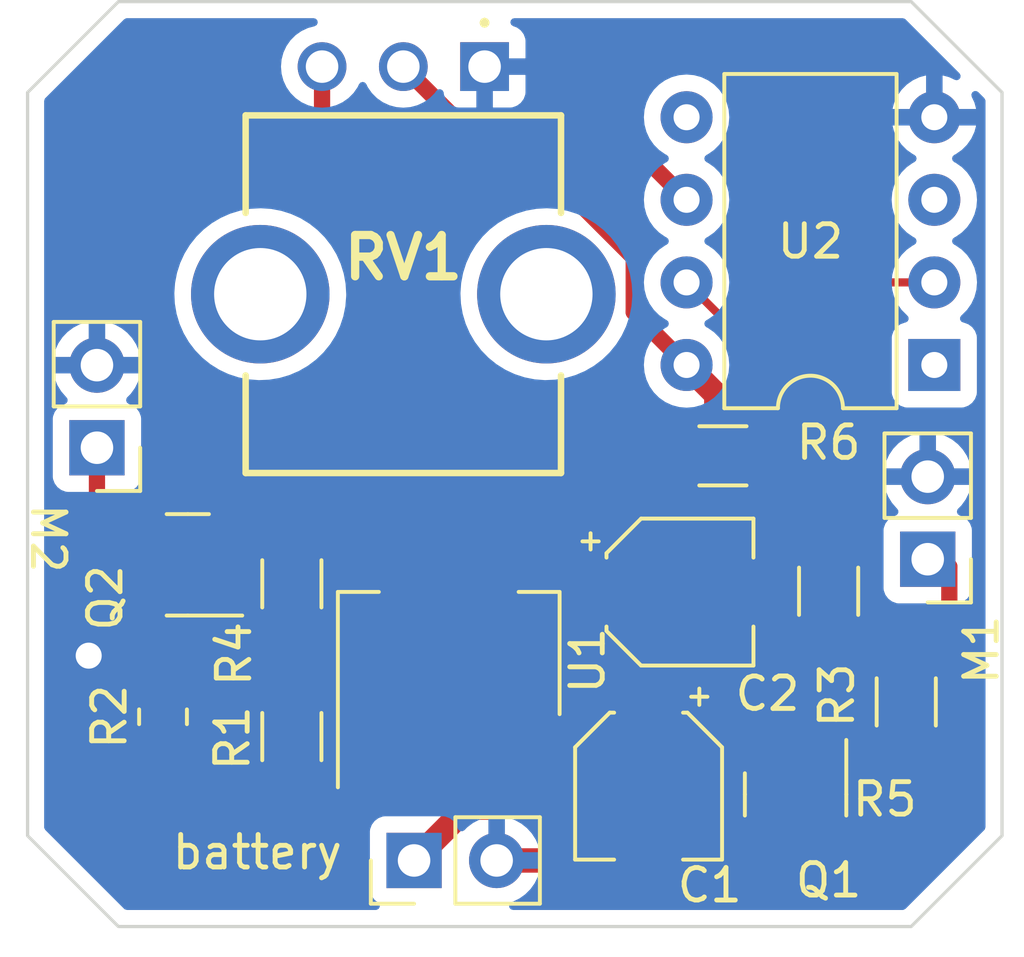
<source format=kicad_pcb>
(kicad_pcb (version 20211014) (generator pcbnew)
  (layers (0 "F.Cu" signal) (31 "B.Cu" signal) (34 "B.Paste" user) (35 "F.Paste" user) (36 "B.SilkS" user "B.Silkscreen") (37 "F.SilkS" user "F.Silkscreen") (38 "B.Mask" user) (39 "F.Mask" user) (44 "Edge.Cuts" user))
  (net 0 "")
  (net 1 "Net-(R3-Pad2)")
  (net 2 "Net-(M1-Pad1)")
  (net 3 "Net-(R6-Pad2)")
  (net 4 "Net-(R4-Pad2)")
  (net 5 "Net-(M2-Pad1)")
  (net 6 "Net-(R1-Pad1)")
  (net 7 "Net-(C2-Pad1)")
  (net 8 "Vbatt")
  (net 11 "GND")
  (net 13 "Net-(U2-Pad6)")
  (net 14 "Net-(R5-Pad2)")
  (net 15 "Net-(R5-Pad1)")
  (net 16 "Net-(R6-Pad1)")
  (footprint "Package_DIP:DIP-8_W7.62mm" (layer "F.Cu") (at 141.1732 90.932 180)
    (fp_text reference "U2" (at 3.81 3.8 180) (layer "F.SilkS"))
    (fp_text value "ATtiny85-20P")
    (fp_line (start 6.46 -1.33) (end 4.81 -1.33) (layer "F.SilkS") (width 0.12))
    (fp_line (start 2.81 -1.33) (end 1.16 -1.33) (layer "F.SilkS") (width 0.12))
    (fp_line (start 6.46 8.95) (end 6.46 -1.33) (layer "F.SilkS") (width 0.12))
    (fp_line (start 1.16 -1.33) (end 1.16 8.95) (layer "F.SilkS") (width 0.12))
    (fp_line (start 1.16 8.95) (end 6.46 8.95) (layer "F.SilkS") (width 0.12))
    (fp_arc (start 4.81 -1.33) (mid 3.81 -0.33) (end 2.81 -1.33) (layer "F.SilkS") (width 0.12))
    (pad "1" thru_hole rect (at 0 0 180) (size 1.6 1.6) (drill 0.8) (layers *.Cu *.Mask))
    (pad "2" thru_hole oval (at 0 2.54 180) (size 1.6 1.6) (drill 0.8) (layers *.Cu *.Mask) (net 16 "Net-(R6-Pad1)"))
    (pad "3" thru_hole oval (at 0 5.08 180) (size 1.6 1.6) (drill 0.8) (layers *.Cu *.Mask))
    (pad "4" thru_hole oval (at 0 7.62 180) (size 1.6 1.6) (drill 0.8) (layers *.Cu *.Mask) (net 11 "GND"))
    (pad "5" thru_hole oval (at 7.62 7.62 180) (size 1.6 1.6) (drill 0.8) (layers *.Cu *.Mask))
    (pad "6" thru_hole oval (at 7.62 5.08 180) (size 1.6 1.6) (drill 0.8) (layers *.Cu *.Mask) (net 13 "Net-(U2-Pad6)"))
    (pad "7" thru_hole oval (at 7.62 2.54 180) (size 1.6 1.6) (drill 0.8) (layers *.Cu *.Mask) (net 15 "Net-(R5-Pad1)"))
    (pad "8" thru_hole oval (at 7.62 0 180) (size 1.6 1.6) (drill 0.8) (layers *.Cu *.Mask) (net 7 "Net-(C2-Pad1)"))
  )
  (footprint "Resistor_SMD:R_1206_3216Metric" (layer "F.Cu") (at 134.6708 93.726 180)
    (fp_text reference "R6" (at -3.2512 0.4064) (layer "F.SilkS"))
    (fp_text value "rb")
    (fp_line (start -0.727064 -0.91) (end 0.727064 -0.91) (layer "F.SilkS") (width 0.12))
    (fp_line (start -0.727064 0.91) (end 0.727064 0.91) (layer "F.SilkS") (width 0.12))
    (pad "1" smd roundrect (at -1.4625 0 180) (size 1.125 1.75) (layers "F.Cu" "F.Paste" "F.Mask") (roundrect_rratio 0.2222222222) (net 16 "Net-(R6-Pad1)"))
    (pad "2" smd roundrect (at 1.4625 0 180) (size 1.125 1.75) (layers "F.Cu" "F.Paste" "F.Mask") (roundrect_rratio 0.2222222222) (net 3 "Net-(R6-Pad2)"))
  )
  (footprint "Package_TO_SOT_SMD:SOT-23" (layer "F.Cu") (at 136.906 104.14 -90)
    (fp_text reference "Q1" (at 2.6416 -1.016 180) (layer "F.SilkS"))
    (fp_text value "TIP41A")
    (fp_line (start 0 1.56) (end -0.65 1.56) (layer "F.SilkS") (width 0.12))
    (fp_line (start 0 -1.56) (end -1.675 -1.56) (layer "F.SilkS") (width 0.12))
    (fp_line (start 0 1.56) (end 0.65 1.56) (layer "F.SilkS") (width 0.12))
    (fp_line (start 0 -1.56) (end 0.65 -1.56) (layer "F.SilkS") (width 0.12))
    (pad "1" smd roundrect (at -0.9375 -0.95 270) (size 1.475 0.6) (layers "F.Cu" "F.Paste" "F.Mask") (net 14 "Net-(R5-Pad2)"))
    (pad "2" smd roundrect (at -0.9375 0.95 270) (size 1.475 0.6) (layers "F.Cu" "F.Paste" "F.Mask") (net 1 "Net-(R3-Pad2)"))
    (pad "3" smd roundrect (at 0.9375 0 270) (size 1.475 0.6) (layers "F.Cu" "F.Paste" "F.Mask") (net 2 "Net-(M1-Pad1)"))
  )
  (footprint "Resistor_SMD:R_1206_3216Metric" (layer "F.Cu") (at 137.922 97.8916 -90)
    (fp_text reference "R3" (at 3.2004 -0.254 90) (layer "F.SilkS"))
    (fp_text value "rm")
    (fp_line (start -0.727064 -0.91) (end 0.727064 -0.91) (layer "F.SilkS") (width 0.12))
    (fp_line (start -0.727064 0.91) (end 0.727064 0.91) (layer "F.SilkS") (width 0.12))
    (pad "1" smd roundrect (at -1.4625 0 270) (size 1.125 1.75) (layers "F.Cu" "F.Paste" "F.Mask") (roundrect_rratio 0.2222222222) (net 7 "Net-(C2-Pad1)"))
    (pad "2" smd roundrect (at 1.4625 0 270) (size 1.125 1.75) (layers "F.Cu" "F.Paste" "F.Mask") (roundrect_rratio 0.2222222222) (net 1 "Net-(R3-Pad2)"))
  )
  (footprint "Resistor_SMD:R_1206_3216Metric" (layer "F.Cu") (at 121.412 97.663 90)
    (fp_text reference "R4" (at -2.159 -1.778 270) (layer "F.SilkS"))
    (fp_text value "rm")
    (fp_line (start -0.727064 -0.91) (end 0.727064 -0.91) (layer "F.SilkS") (width 0.12))
    (fp_line (start -0.727064 0.91) (end 0.727064 0.91) (layer "F.SilkS") (width 0.12))
    (pad "1" smd roundrect (at -1.4625 0 90) (size 1.125 1.75) (layers "F.Cu" "F.Paste" "F.Mask") (roundrect_rratio 0.2222222222) (net 7 "Net-(C2-Pad1)"))
    (pad "2" smd roundrect (at 1.4625 0 90) (size 1.125 1.75) (layers "F.Cu" "F.Paste" "F.Mask") (roundrect_rratio 0.2222222222) (net 4 "Net-(R4-Pad2)"))
  )
  (footprint "Capacitor_SMD:CP_Elec_4x5.4" (layer "F.Cu") (at 133.35 97.917)
    (fp_text reference "C2" (at 2.6924 3.1242) (layer "F.SilkS"))
    (fp_text value "1 uF")
    (fp_line (start -2.26 -1.195563) (end -2.26 -1.06) (layer "F.SilkS") (width 0.12))
    (fp_line (start -2.26 1.195563) (end -1.195563 2.26) (layer "F.SilkS") (width 0.12))
    (fp_line (start -2.26 -1.195563) (end -1.195563 -2.26) (layer "F.SilkS") (width 0.12))
    (fp_line (start 2.26 -2.26) (end 2.26 -1.06) (layer "F.SilkS") (width 0.12))
    (fp_line (start -1.195563 2.26) (end 2.26 2.26) (layer "F.SilkS") (width 0.12))
    (fp_line (start -2.75 -1.81) (end -2.75 -1.31) (layer "F.SilkS") (width 0.12))
    (fp_line (start -1.195563 -2.26) (end 2.26 -2.26) (layer "F.SilkS") (width 0.12))
    (fp_line (start -3 -1.56) (end -2.5 -1.56) (layer "F.SilkS") (width 0.12))
    (fp_line (start 2.26 2.26) (end 2.26 1.06) (layer "F.SilkS") (width 0.12))
    (fp_line (start -2.26 1.195563) (end -2.26 1.06) (layer "F.SilkS") (width 0.12))
    (pad "1" smd roundrect (at -1.8 0) (size 2.6 1.6) (layers "F.Cu" "F.Paste" "F.Mask") (roundrect_rratio 0.15625) (net 7 "Net-(C2-Pad1)"))
    (pad "2" smd roundrect (at 1.8 0) (size 2.6 1.6) (layers "F.Cu" "F.Paste" "F.Mask") (roundrect_rratio 0.15625) (net 11 "GND"))
  )
  (footprint "Resistor_SMD:R_1206_3216Metric" (layer "F.Cu") (at 140.3096 101.2952 -90)
    (fp_text reference "R5" (at 2.9972 0.6604 180) (layer "F.SilkS"))
    (fp_text value "rb")
    (fp_line (start -0.727064 0.91) (end 0.727064 0.91) (layer "F.SilkS") (width 0.12))
    (fp_line (start -0.727064 -0.91) (end 0.727064 -0.91) (layer "F.SilkS") (width 0.12))
    (pad "1" smd roundrect (at -1.4625 0 270) (size 1.125 1.75) (layers "F.Cu" "F.Paste" "F.Mask") (roundrect_rratio 0.2222222222) (net 15 "Net-(R5-Pad1)"))
    (pad "2" smd roundrect (at 1.4625 0 270) (size 1.125 1.75) (layers "F.Cu" "F.Paste" "F.Mask") (roundrect_rratio 0.2222222222) (net 14 "Net-(R5-Pad2)"))
  )
  (footprint "Resistor_SMD:R_0805_2012Metric" (layer "F.Cu") (at 117.4496 101.7524 90)
    (fp_text reference "R2" (at 0 -1.65 90) (layer "F.SilkS"))
    (fp_text value "1k")
    (fp_line (start -0.227064 -0.735) (end 0.227064 -0.735) (layer "F.SilkS") (width 0.12))
    (fp_line (start -0.227064 0.735) (end 0.227064 0.735) (layer "F.SilkS") (width 0.12))
    (pad "1" smd roundrect (at -0.9125 0 90) (size 1.025 1.4) (layers "F.Cu" "F.Paste" "F.Mask") (roundrect_rratio 0.243902) (net 6 "Net-(R1-Pad1)"))
    (pad "2" smd roundrect (at 0.9125 0 90) (size 1.025 1.4) (layers "F.Cu" "F.Paste" "F.Mask") (roundrect_rratio 0.243902) (net 11 "GND"))
  )
  (footprint "Resistor_SMD:R_1206_3216Metric" (layer "F.Cu") (at 121.412 102.362 90)
    (fp_text reference "R1" (at -0.0508 -1.8288 90) (layer "F.SilkS"))
    (fp_text value "240Ω")
    (fp_line (start -0.727064 -0.91) (end 0.727064 -0.91) (layer "F.SilkS") (width 0.12))
    (fp_line (start -0.727064 0.91) (end 0.727064 0.91) (layer "F.SilkS") (width 0.12))
    (pad "1" smd roundrect (at -1.4625 0 90) (size 1.125 1.75) (layers "F.Cu" "F.Paste" "F.Mask") (roundrect_rratio 0.2222222222) (net 6 "Net-(R1-Pad1)"))
    (pad "2" smd roundrect (at 1.4625 0 90) (size 1.125 1.75) (layers "F.Cu" "F.Paste" "F.Mask") (roundrect_rratio 0.2222222222) (net 7 "Net-(C2-Pad1)"))
  )
  (footprint "SamacSys_Parts:PTV09A4030SA503" (layer "F.Cu") (at 127.341 81.755 180)
    (fp_text reference "RV1" (at 2.5 -5.875) (layer "F.SilkS") (effects (font (size 1.27 1.27) (thickness 0.254))))
    (fp_text value "50k" hide)
    (fp_line (start 7.35 -1.5) (end 7.35 -4.5) (layer "F.SilkS") (width 0.2))
    (fp_line (start 0 1.3) (end 0 1.3) (layer "F.SilkS") (width 0.2))
    (fp_line (start 0 1.4) (end 0 1.4) (layer "F.SilkS") (width 0.2))
    (fp_line (start -2.35 -12.5) (end 7.35 -12.5) (layer "F.SilkS") (width 0.2))
    (fp_line (start -2.35 -1.5) (end 7.35 -1.5) (layer "F.SilkS") (width 0.2))
    (fp_line (start -2.35 -9.5) (end -2.35 -12.5) (layer "F.SilkS") (width 0.2))
    (fp_line (start 7.35 -12.5) (end 7.35 -9.5) (layer "F.SilkS") (width 0.2))
    (fp_line (start -2.35 -4.5) (end -2.35 -1.5) (layer "F.SilkS") (width 0.2))
    (fp_line (start 0 1.4) (end 0 1.4) (layer "F.SilkS") (width 0.2))
    (fp_arc (start 0 1.4) (mid -0.05 1.35) (end 0 1.3) (layer "F.SilkS") (width 0.2))
    (fp_arc (start 0 1.3) (mid 0.05 1.35) (end 0 1.4) (layer "F.SilkS") (width 0.2))
    (fp_arc (start 0 1.3) (mid 0.05 1.35) (end 0 1.4) (layer "F.SilkS") (width 0.2))
    (pad "1" thru_hole rect locked (at 0 0 180) (size 1.5 1.5) (drill 1) (layers *.Cu *.Mask) (net 11 "GND"))
    (pad "2" thru_hole circle locked (at 2.5 0 180) (size 1.5 1.5) (drill 1) (layers *.Cu *.Mask) (net 13 "Net-(U2-Pad6)"))
    (pad "3" thru_hole circle locked (at 5 0 180) (size 1.5 1.5) (drill 1) (layers *.Cu *.Mask) (net 7 "Net-(C2-Pad1)"))
    (pad "MH1" thru_hole circle locked (at -1.9 -7 180) (size 4.26 4.26) (drill 2.84) (layers *.Cu *.Mask))
    (pad "MH2" thru_hole circle locked (at 6.9 -7 180) (size 4.26 4.26) (drill 2.84) (layers *.Cu *.Mask))
  )
  (footprint "Connector_PinHeader_2.54mm:PinHeader_1x02_P2.54mm_Vertical" (layer "F.Cu") (at 115.4176 93.477 180)
    (fp_text reference "M2" (at 1.4986 -2.789 270 unlocked) (layer "F.SilkS"))
    (fp_text value "vib_mot")
    (fp_line (start -1.33 1.27) (end 1.33 1.27) (layer "F.SilkS") (width 0.12))
    (fp_line (start -1.33 0) (end -1.33 -1.33) (layer "F.SilkS") (width 0.12))
    (fp_line (start -1.33 -1.33) (end 0 -1.33) (layer "F.SilkS") (width 0.12))
    (fp_line (start 1.33 1.27) (end 1.33 3.87) (layer "F.SilkS") (width 0.12))
    (fp_line (start -1.33 1.27) (end -1.33 3.87) (layer "F.SilkS") (width 0.12))
    (fp_line (start -1.33 3.87) (end 1.33 3.87) (layer "F.SilkS") (width 0.12))
    (pad "1" thru_hole rect (at 0 0 180) (size 1.7 1.7) (drill 1) (layers *.Cu *.Mask) (net 5 "Net-(M2-Pad1)"))
    (pad "2" thru_hole oval (at 0 2.54 180) (size 1.7 1.7) (drill 1) (layers *.Cu *.Mask) (net 11 "GND"))
  )
  (footprint "Connector_PinHeader_2.54mm:PinHeader_1x02_P2.54mm_Vertical" (layer "F.Cu") (at 140.97 96.906 180)
    (fp_text reference "M1" (at -1.651 -2.789 90) (layer "F.SilkS"))
    (fp_text value "vib_mot")
    (fp_line (start -1.33 1.27) (end 1.33 1.27) (layer "F.SilkS") (width 0.12))
    (fp_line (start -1.33 1.27) (end -1.33 3.87) (layer "F.SilkS") (width 0.12))
    (fp_line (start -1.33 3.87) (end 1.33 3.87) (layer "F.SilkS") (width 0.12))
    (fp_line (start -1.33 -1.33) (end 0 -1.33) (layer "F.SilkS") (width 0.12))
    (fp_line (start -1.33 0) (end -1.33 -1.33) (layer "F.SilkS") (width 0.12))
    (fp_line (start 1.33 1.27) (end 1.33 3.87) (layer "F.SilkS") (width 0.12))
    (pad "1" thru_hole rect (at 0 0 180) (size 1.7 1.7) (drill 1) (layers *.Cu *.Mask) (net 2 "Net-(M1-Pad1)"))
    (pad "2" thru_hole oval (at 0 2.54 180) (size 1.7 1.7) (drill 1) (layers *.Cu *.Mask) (net 11 "GND"))
  )
  (footprint "Connector_PinHeader_2.54mm:PinHeader_1x02_P2.54mm_Vertical" (layer "F.Cu") (at 125.1712 106.172 90)
    (fp_text reference "battery" (at 0.254 -4.821 180) (layer "F.SilkS"))
    (fp_text value "vib_mot")
    (fp_line (start 1.33 1.27) (end 1.33 3.87) (layer "F.SilkS") (width 0.12))
    (fp_line (start -1.33 -1.33) (end 0 -1.33) (layer "F.SilkS") (width 0.12))
    (fp_line (start -1.33 1.27) (end 1.33 1.27) (layer "F.SilkS") (width 0.12))
    (fp_line (start -1.33 1.27) (end -1.33 3.87) (layer "F.SilkS") (width 0.12))
    (fp_line (start -1.33 0) (end -1.33 -1.33) (layer "F.SilkS") (width 0.12))
    (fp_line (start -1.33 3.87) (end 1.33 3.87) (layer "F.SilkS") (width 0.12))
    (pad "1" thru_hole rect (at 0 0 90) (size 1.7 1.7) (drill 1) (layers *.Cu *.Mask) (net 8 "Vbatt"))
    (pad "2" thru_hole oval (at 0 2.54 90) (size 1.7 1.7) (drill 1) (layers *.Cu *.Mask) (net 11 "GND"))
  )
  (footprint "Package_TO_SOT_SMD:SOT-23" (layer "F.Cu") (at 118.2116 97.0788 180)
    (fp_text reference "Q2" (at 2.54 -1.016 90) (layer "F.SilkS"))
    (fp_text value "TIP41A")
    (fp_line (start 0 -1.56) (end -1.675 -1.56) (layer "F.SilkS") (width 0.12))
    (fp_line (start 0 1.56) (end 0.65 1.56) (layer "F.SilkS") (width 0.12))
    (fp_line (start 0 -1.56) (end 0.65 -1.56) (layer "F.SilkS") (width 0.12))
    (fp_line (start 0 1.56) (end -0.65 1.56) (layer "F.SilkS") (width 0.12))
    (pad "1" smd roundrect (at -0.9375 -0.95 180) (size 1.475 0.6) (layers "F.Cu" "F.Paste" "F.Mask") (net 3 "Net-(R6-Pad2)"))
    (pad "2" smd roundrect (at -0.9375 0.95 180) (size 1.475 0.6) (layers "F.Cu" "F.Paste" "F.Mask") (net 4 "Net-(R4-Pad2)"))
    (pad "3" smd roundrect (at 0.9375 0 180) (size 1.475 0.6) (layers "F.Cu" "F.Paste" "F.Mask") (net 5 "Net-(M2-Pad1)"))
  )
  (footprint "Capacitor_SMD:CP_Elec_4x5.4" (layer "F.Cu") (at 132.3848 103.886 -90)
    (fp_text reference "C1" (at 3.048 -1.8796 180) (layer "F.SilkS"))
    (fp_text value "0.1 uF")
    (fp_line (start -2.26 1.195563) (end -2.26 1.06) (layer "F.SilkS") (width 0.12))
    (fp_line (start 2.26 -2.26) (end 2.26 -1.06) (layer "F.SilkS") (width 0.12))
    (fp_line (start -1.195563 2.26) (end 2.26 2.26) (layer "F.SilkS") (width 0.12))
    (fp_line (start -1.195563 -2.26) (end 2.26 -2.26) (layer "F.SilkS") (width 0.12))
    (fp_line (start -2.26 -1.195563) (end -1.195563 -2.26) (layer "F.SilkS") (width 0.12))
    (fp_line (start 2.26 2.26) (end 2.26 1.06) (layer "F.SilkS") (width 0.12))
    (fp_line (start -2.75 -1.81) (end -2.75 -1.31) (layer "F.SilkS") (width 0.12))
    (fp_line (start -2.26 -1.195563) (end -2.26 -1.06) (layer "F.SilkS") (width 0.12))
    (fp_line (start -2.26 1.195563) (end -1.195563 2.26) (layer "F.SilkS") (width 0.12))
    (fp_line (start -3 -1.56) (end -2.5 -1.56) (layer "F.SilkS") (width 0.12))
    (pad "1" smd roundrect (at -1.8 0 270) (size 2.6 1.6) (layers "F.Cu" "F.Paste" "F.Mask") (roundrect_rratio 0.15625) (net 8 "Vbatt"))
    (pad "2" smd roundrect (at 1.8 0 270) (size 2.6 1.6) (layers "F.Cu" "F.Paste" "F.Mask") (roundrect_rratio 0.15625) (net 11 "GND"))
  )
  (footprint "Package_TO_SOT_SMD:SOT-223-3_TabPin2" (layer "F.Cu") (at 126.238 99.822 90)
    (fp_text reference "U1" (at -0.2032 4.2672 90) (layer "F.SilkS"))
    (fp_text value "LM317M_SOT-223")
    (fp_line (start 1.91 -3.41) (end 1.91 -2.15) (layer "F.SilkS") (width 0.12))
    (fp_line (start -1.85 3.41) (end 1.91 3.41) (layer "F.SilkS") (width 0.12))
    (fp_line (start 1.91 3.41) (end 1.91 2.15) (layer "F.SilkS") (width 0.12))
    (fp_line (start -4.1 -3.41) (end 1.91 -3.41) (layer "F.SilkS") (width 0.12))
    (pad "1" smd rect (at -3.15 -2.3 90) (size 2 1.5) (layers "F.Cu" "F.Paste" "F.Mask") (net 6 "Net-(R1-Pad1)"))
    (pad "2" smd rect (at -3.15 0 90) (size 2 1.5) (layers "F.Cu" "F.Paste" "F.Mask") (net 7 "Net-(C2-Pad1)"))
    (pad "2" smd rect (at 3.15 0 90) (size 2 3.8) (layers "F.Cu" "F.Paste" "F.Mask") (net 7 "Net-(C2-Pad1)"))
    (pad "3" smd rect (at -3.15 2.3 90) (size 2 1.5) (layers "F.Cu" "F.Paste" "F.Mask") (net 8 "Vbatt"))
  )
  (gr_poly (pts (xy 143.256 82.55) (xy 143.256 105.41) (xy 140.462 108.204) (xy 116.078 108.204) (xy 113.284 105.41) (xy 113.284 82.55) (xy 116.078 79.756) (xy 140.462 79.756)) (layer "Edge.Cuts") (width 0.1) (fill none))
  (segment (start 137.2108 101.9477) (end 137.2108 100.0653) (width 0.5) (layer "F.Cu") (net 1))
  (segment (start 135.956 103.2025) (end 137.2108 101.9477) (width 0.5) (layer "F.Cu") (net 1))
  (segment (start 137.2108 100.0653) (end 137.922 99.3541) (width 0.5) (layer "F.Cu") (net 1))
  (segment (start 136.906 105.0775) (end 140.7945 105.0775) (width 0.5) (layer "F.Cu") (net 2))
  (segment (start 141.6346 104.2374) (end 141.6346 97.1338) (width 0.5) (layer "F.Cu") (net 2))
  (segment (start 140.7945 105.0775) (end 141.6346 104.2374) (width 0.5) (layer "F.Cu") (net 2))
  (segment (start 141.6346 97.1338) (end 140.97 96.4692) (width 0.5) (layer "F.Cu") (net 2))
  (segment (start 122.3924 98.0288) (end 123.2916 97.1296) (width 0.5) (layer "F.Cu") (net 3))
  (segment (start 119.1491 98.0288) (end 122.3924 98.0288) (width 0.5) (layer "F.Cu") (net 3))
  (segment (start 123.2916 95.5548) (end 125.1204 93.726) (width 0.5) (layer "F.Cu") (net 3))
  (segment (start 125.1204 93.726) (end 133.2083 93.726) (width 0.5) (layer "F.Cu") (net 3))
  (segment (start 123.2916 97.1296) (end 123.2916 95.5548) (width 0.5) (layer "F.Cu") (net 3))
  (segment (start 119.441 98.2195) (end 119.441 98.1715) (width 0.25) (layer "F.Cu") (net 3))
  (segment (start 119.1491 96.1288) (end 121.3403 96.1288) (width 0.25) (layer "F.Cu") (net 4))
  (segment (start 121.3403 96.1288) (end 121.412 96.2005) (width 0.25) (layer "F.Cu") (net 4))
  (segment (start 115.4176 95.2223) (end 117.2741 97.0788) (width 0.5) (layer "F.Cu") (net 5))
  (segment (start 115.4176 93.477) (end 115.4176 95.2223) (width 0.5) (layer "F.Cu") (net 5))
  (segment (start 121.412 103.8245) (end 122.2645 102.972) (width 0.75) (layer "F.Cu") (net 6))
  (segment (start 122.2645 102.972) (end 123.938 102.972) (width 0.75) (layer "F.Cu") (net 6))
  (segment (start 121.3719 103.7844) (end 121.412 103.8245) (width 0.5) (layer "F.Cu") (net 6))
  (segment (start 117.4496 102.6649) (end 118.5691 103.7844) (width 0.5) (layer "F.Cu") (net 6))
  (segment (start 118.5691 103.7844) (end 121.3719 103.7844) (width 0.5) (layer "F.Cu") (net 6))
  (segment (start 134.4676 95.4532) (end 135.4435 96.4291) (width 0.75) (layer "F.Cu") (net 7))
  (segment (start 135.4435 96.4291) (end 136.4381 96.4291) (width 0.75) (layer "F.Cu") (net 7))
  (segment (start 121.412 100.8995) (end 121.412 99.1255) (width 0.75) (layer "F.Cu") (net 7))
  (segment (start 122.341 83.7838) (end 122.341 81.755) (width 0.5) (layer "F.Cu") (net 7))
  (segment (start 131.9276 87.63) (end 129.5908 85.2932) (width 0.5) (layer "F.Cu") (net 7))
  (segment (start 134.4676 91.8464) (end 134.4676 95.4532) (width 0.75) (layer "F.Cu") (net 7))
  (segment (start 133.5532 90.5764) (end 133.5532 90.932) (width 0.75) (layer "F.Cu") (net 7))
  (segment (start 133.1468 90.5256) (end 131.9276 89.3064) (width 0.5) (layer "F.Cu") (net 7))
  (segment (start 130.407 96.774) (end 126.34 96.774) (width 0.75) (layer "F.Cu") (net 7))
  (segment (start 133.0379 96.4291) (end 136.4381 96.4291) (width 0.75) (layer "F.Cu") (net 7))
  (segment (start 131.55 97.917) (end 133.0379 96.4291) (width 0.75) (layer "F.Cu") (net 7))
  (segment (start 136.4381 96.4291) (end 137.922 96.4291) (width 0.75) (layer "F.Cu") (net 7))
  (segment (start 123.7845 99.1255) (end 121.412 99.1255) (width 0.75) (layer "F.Cu") (net 7))
  (segment (start 133.604 90.5256) (end 133.5532 90.5764) (width 0.75) (layer "F.Cu") (net 7))
  (segment (start 126.34 96.774) (end 126.238 96.672) (width 0.75) (layer "F.Cu") (net 7))
  (segment (start 126.238 96.672) (end 123.7845 99.1255) (width 0.75) (layer "F.Cu") (net 7))
  (segment (start 131.9276 89.3064) (end 131.9276 87.63) (width 0.5) (layer "F.Cu") (net 7))
  (segment (start 133.5532 90.932) (end 134.4676 91.8464) (width 0.75) (layer "F.Cu") (net 7))
  (segment (start 129.5908 85.2932) (end 123.8504 85.2932) (width 0.5) (layer "F.Cu") (net 7))
  (segment (start 123.8504 85.2932) (end 122.341 83.7838) (width 0.5) (layer "F.Cu") (net 7))
  (segment (start 131.55 97.917) (end 130.407 96.774) (width 0.75) (layer "F.Cu") (net 7))
  (segment (start 133.604 90.5256) (end 133.1468 90.5256) (width 0.5) (layer "F.Cu") (net 7))
  (segment (start 126.238 96.672) (end 126.238 102.972) (width 0.75) (layer "F.Cu") (net 7))
  (segment (start 128.538 103.572) (end 128.538 102.972) (width 0.75) (layer "F.Cu") (net 8))
  (segment (start 128.668 103.102) (end 131.4196 103.102) (width 0.75) (layer "F.Cu") (net 8))
  (segment (start 131.4196 103.102) (end 132.4356 102.086) (width 0.75) (layer "F.Cu") (net 8))
  (segment (start 126.7962 104.547) (end 127.563 104.547) (width 0.75) (layer "F.Cu") (net 8))
  (segment (start 127.563 104.547) (end 128.538 103.572) (width 0.75) (layer "F.Cu") (net 8))
  (segment (start 128.538 102.972) (end 128.668 103.102) (width 0.75) (layer "F.Cu") (net 8))
  (segment (start 125.1712 106.172) (end 126.7962 104.547) (width 0.75) (layer "F.Cu") (net 8))
  (segment (start 134.6708 103.2256) (end 134.6708 98.3962) (width 0.75) (layer "F.Cu") (net 11))
  (segment (start 116.4825 99.8728) (end 117.4496 100.8399) (width 0.5) (layer "F.Cu") (net 11))
  (segment (start 115.1636 99.8728) (end 116.4825 99.8728) (width 0.5) (layer "F.Cu") (net 11))
  (segment (start 134.6708 98.3962) (end 135.15 97.917) (width 0.75) (layer "F.Cu") (net 11))
  (segment (start 131.7244 106.172) (end 134.6708 103.2256) (width 0.75) (layer "F.Cu") (net 11))
  (segment (start 127.7112 106.172) (end 131.7244 106.172) (width 0.75) (layer "F.Cu") (net 11))
  (via (at 115.1636 99.8728) (size 1.6) (drill 0.8) (layers "F.Cu" "B.Cu") (net 11))
  (segment (start 124.841 81.755) (end 127.16 84.074) (width 0.5) (layer "F.Cu") (net 13))
  (segment (start 127.16 84.074) (end 131.7752 84.074) (width 0.5) (layer "F.Cu") (net 13))
  (segment (start 131.7752 84.074) (end 133.5532 85.852) (width 0.5) (layer "F.Cu") (net 13))
  (segment (start 140.1973 102.87) (end 140.3096 102.7577) (width 0.25) (layer "F.Cu") (net 14))
  (segment (start 138.1885 102.87) (end 140.1973 102.87) (width 0.25) (layer "F.Cu") (net 14))
  (segment (start 137.856 103.2025) (end 138.1885 102.87) (width 0.25) (layer "F.Cu") (net 14))
  (segment (start 133.5532 87.884) (end 133.5532 88.392) (width 0.25) (layer "F.Cu") (net 15))
  (segment (start 135.1676 94.8832) (end 135.826 95.5416) (width 0.25) (layer "F.Cu") (net 15))
  (segment (start 135.826 95.5416) (end 138.785173 95.5416) (width 0.25) (layer "F.Cu") (net 15))
  (segment (start 139.122 98.228) (end 140.3096 99.4156) (width 0.25) (layer "F.Cu") (net 15))
  (segment (start 139.122 95.878427) (end 139.122 98.228) (width 0.25) (layer "F.Cu") (net 15))
  (segment (start 133.5532 88.392) (end 135.1676 90.0064) (width 0.25) (layer "F.Cu") (net 15))
  (segment (start 138.785173 95.5416) (end 139.122 95.878427) (width 0.25) (layer "F.Cu") (net 15))
  (segment (start 140.3096 99.4156) (end 140.3096 99.8327) (width 0.25) (layer "F.Cu") (net 15))
  (segment (start 135.1676 90.0064) (end 135.1676 94.8832) (width 0.25) (layer "F.Cu") (net 15))
  (segment (start 136.1333 93.726) (end 136.1333 91.3237) (width 0.25) (layer "F.Cu") (net 16))
  (segment (start 139.065 88.392) (end 141.1732 88.392) (width 0.25) (layer "F.Cu") (net 16))
  (segment (start 136.1333 91.3237) (end 139.065 88.392) (width 0.25) (layer "F.Cu") (net 16))
  (zone (net 11) (net_name "GND") (layer "B.Cu") (connect_pads (clearance 0.508)) (min_thickness 0.254) (fill yes (thermal_gap 0.508) (thermal_bridge_width 0.508))
    (polygon (pts (xy 143.256 105.41) (xy 140.462 108.204) (xy 116.078 108.204) (xy 113.284 105.41) (xy 113.284 82.55) (xy 116.078 79.756) (xy 140.462 79.756) (xy 143.256 82.55)))
  )
)
</source>
